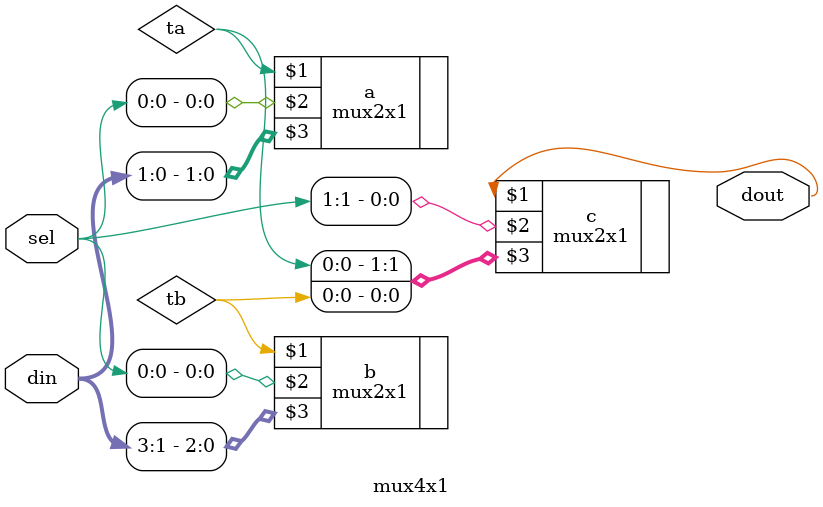
<source format=v>

`include "mux2x1.v"

module mux4x1(dout, sel, din);

    output dout;
    input [1:0] sel;
    input [3:0] din;

    wire ta, tb;

    mux2x1 a(ta, sel[0], din[1:0]),
           b(tb, sel[0], din[3:1]),
           c(dout, sel[1], {ta, tb});

endmodule

</source>
